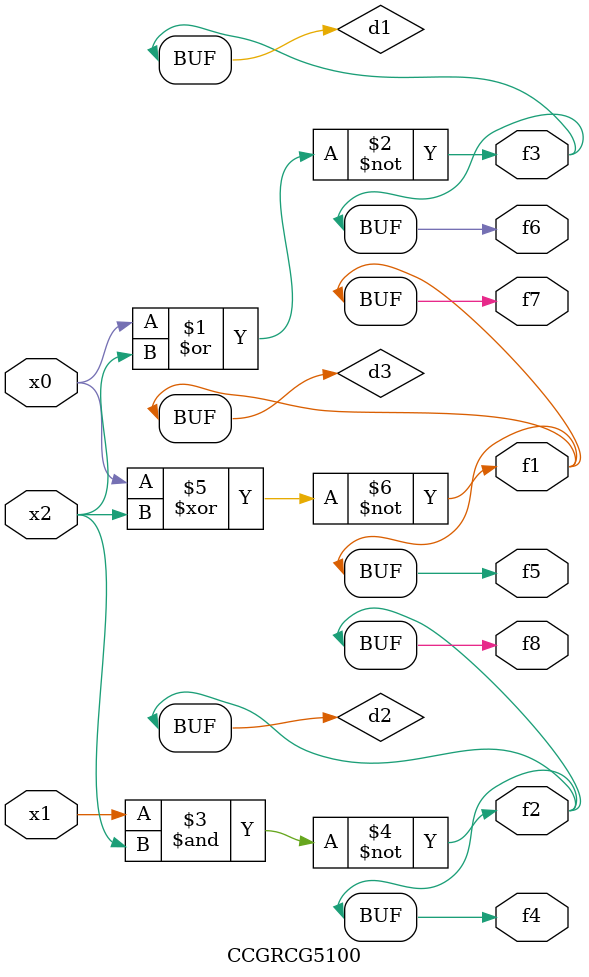
<source format=v>
module CCGRCG5100(
	input x0, x1, x2,
	output f1, f2, f3, f4, f5, f6, f7, f8
);

	wire d1, d2, d3;

	nor (d1, x0, x2);
	nand (d2, x1, x2);
	xnor (d3, x0, x2);
	assign f1 = d3;
	assign f2 = d2;
	assign f3 = d1;
	assign f4 = d2;
	assign f5 = d3;
	assign f6 = d1;
	assign f7 = d3;
	assign f8 = d2;
endmodule

</source>
